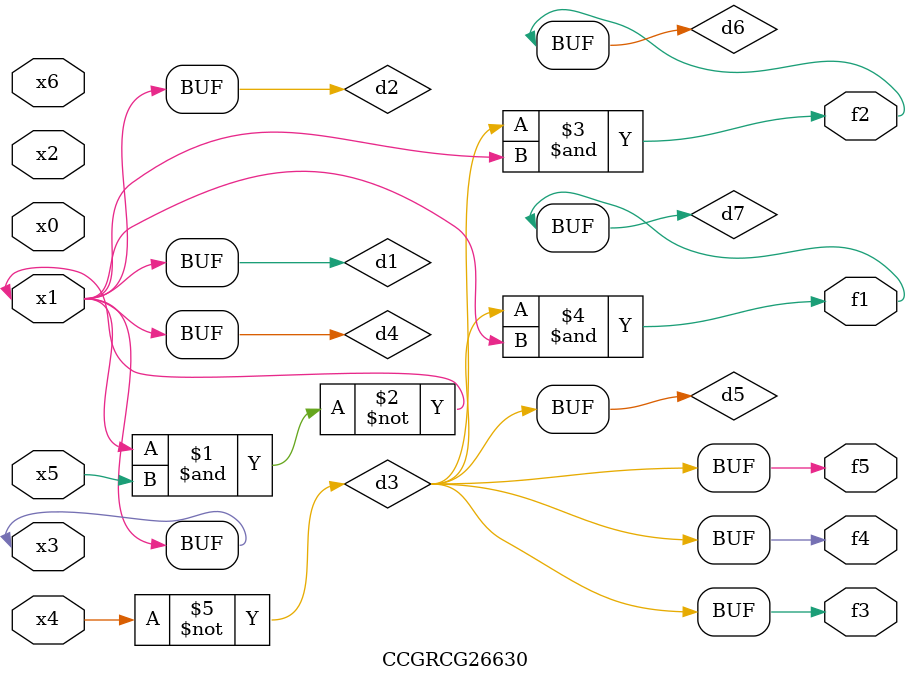
<source format=v>
module CCGRCG26630(
	input x0, x1, x2, x3, x4, x5, x6,
	output f1, f2, f3, f4, f5
);

	wire d1, d2, d3, d4, d5, d6, d7;

	buf (d1, x1, x3);
	nand (d2, x1, x5);
	not (d3, x4);
	buf (d4, d1, d2);
	buf (d5, d3);
	and (d6, d3, d4);
	and (d7, d3, d4);
	assign f1 = d7;
	assign f2 = d6;
	assign f3 = d5;
	assign f4 = d5;
	assign f5 = d5;
endmodule

</source>
